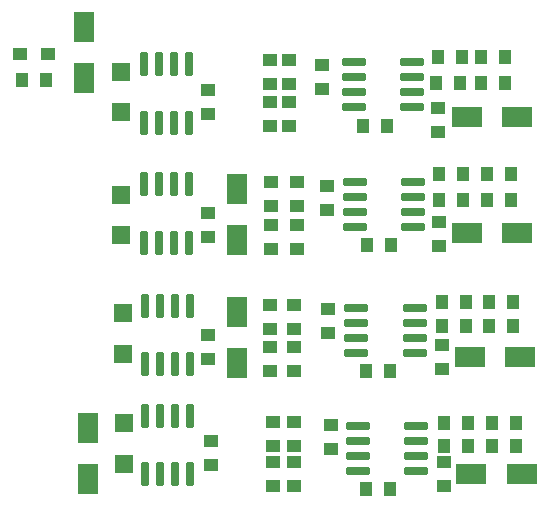
<source format=gtp>
G04*
G04 #@! TF.GenerationSoftware,Altium Limited,Altium Designer,23.3.1 (30)*
G04*
G04 Layer_Color=8421504*
%FSLAX24Y24*%
%MOIN*%
G70*
G04*
G04 #@! TF.SameCoordinates,FE471356-1482-470A-B847-6992AEFC5CE1*
G04*
G04*
G04 #@! TF.FilePolarity,Positive*
G04*
G01*
G75*
%ADD14R,0.0500X0.0449*%
%ADD15R,0.1043X0.0689*%
%ADD16R,0.0449X0.0500*%
G04:AMPARAMS|DCode=17|XSize=77.6mil|YSize=23.6mil|CornerRadius=3mil|HoleSize=0mil|Usage=FLASHONLY|Rotation=0.000|XOffset=0mil|YOffset=0mil|HoleType=Round|Shape=RoundedRectangle|*
%AMROUNDEDRECTD17*
21,1,0.0776,0.0177,0,0,0.0*
21,1,0.0717,0.0236,0,0,0.0*
1,1,0.0059,0.0358,-0.0089*
1,1,0.0059,-0.0358,-0.0089*
1,1,0.0059,-0.0358,0.0089*
1,1,0.0059,0.0358,0.0089*
%
%ADD17ROUNDEDRECTD17*%
G04:AMPARAMS|DCode=18|XSize=77.6mil|YSize=23.6mil|CornerRadius=3mil|HoleSize=0mil|Usage=FLASHONLY|Rotation=90.000|XOffset=0mil|YOffset=0mil|HoleType=Round|Shape=RoundedRectangle|*
%AMROUNDEDRECTD18*
21,1,0.0776,0.0177,0,0,90.0*
21,1,0.0717,0.0236,0,0,90.0*
1,1,0.0059,0.0089,0.0358*
1,1,0.0059,0.0089,-0.0358*
1,1,0.0059,-0.0089,-0.0358*
1,1,0.0059,-0.0089,0.0358*
%
%ADD18ROUNDEDRECTD18*%
%ADD19R,0.0630X0.0598*%
%ADD20R,0.0689X0.1043*%
%ADD21R,0.0492X0.0433*%
D14*
X10250Y3100D02*
D03*
Y3900D02*
D03*
Y7000D02*
D03*
Y7800D02*
D03*
X11200Y15000D02*
D03*
Y15800D02*
D03*
X9500Y11900D02*
D03*
Y11100D02*
D03*
X10100Y13750D02*
D03*
Y14550D02*
D03*
X9450Y13750D02*
D03*
Y14550D02*
D03*
X15050Y14350D02*
D03*
Y13551D02*
D03*
X9450Y15950D02*
D03*
Y15150D02*
D03*
X11350Y10950D02*
D03*
Y11750D02*
D03*
X10350Y9650D02*
D03*
Y10450D02*
D03*
X9500Y9650D02*
D03*
Y10450D02*
D03*
X15100Y10550D02*
D03*
Y9750D02*
D03*
X11400Y6850D02*
D03*
Y7649D02*
D03*
X10250Y1750D02*
D03*
Y2550D02*
D03*
Y5600D02*
D03*
Y6400D02*
D03*
X15200Y6450D02*
D03*
Y5650D02*
D03*
X15250Y2550D02*
D03*
Y1750D02*
D03*
X9550Y1750D02*
D03*
Y2550D02*
D03*
X10100Y15150D02*
D03*
Y15950D02*
D03*
X11500Y3000D02*
D03*
Y3800D02*
D03*
X9450Y7800D02*
D03*
Y7000D02*
D03*
Y5600D02*
D03*
Y6400D02*
D03*
X10350Y11100D02*
D03*
Y11900D02*
D03*
X9550Y3900D02*
D03*
Y3100D02*
D03*
X7400Y6001D02*
D03*
Y6800D02*
D03*
Y14151D02*
D03*
Y14950D02*
D03*
X7500Y2450D02*
D03*
Y3250D02*
D03*
X7400Y10050D02*
D03*
Y10850D02*
D03*
D15*
X17796Y6050D02*
D03*
X16104D02*
D03*
X17696Y10200D02*
D03*
X16004D02*
D03*
X17846Y2150D02*
D03*
X16154D02*
D03*
X17696Y14050D02*
D03*
X16004D02*
D03*
D16*
X15100Y12150D02*
D03*
X15900D02*
D03*
X15000Y15200D02*
D03*
X15800D02*
D03*
X16750Y7100D02*
D03*
X17550D02*
D03*
X16850Y3100D02*
D03*
X17650D02*
D03*
X16700Y12150D02*
D03*
X17500D02*
D03*
X16500Y15200D02*
D03*
X17300D02*
D03*
X13450Y5600D02*
D03*
X12650D02*
D03*
X15250Y3100D02*
D03*
X16050D02*
D03*
X13450Y1650D02*
D03*
X12650D02*
D03*
X13500Y9800D02*
D03*
X12700D02*
D03*
X15050Y16050D02*
D03*
X15850D02*
D03*
X16850Y3850D02*
D03*
X17650D02*
D03*
X15201Y7900D02*
D03*
X16000D02*
D03*
X15100Y11300D02*
D03*
X15900D02*
D03*
X16500Y16050D02*
D03*
X17299D02*
D03*
X15200Y7100D02*
D03*
X15999D02*
D03*
X16750Y7900D02*
D03*
X17550D02*
D03*
X15250Y3850D02*
D03*
X16050D02*
D03*
X13350Y13750D02*
D03*
X12550D02*
D03*
X16700Y11300D02*
D03*
X17500D02*
D03*
X2000Y15300D02*
D03*
X1200D02*
D03*
D17*
X12378Y3750D02*
D03*
Y3250D02*
D03*
Y2750D02*
D03*
Y2250D02*
D03*
X14322D02*
D03*
Y2750D02*
D03*
Y3250D02*
D03*
Y3750D02*
D03*
X12255Y15900D02*
D03*
Y15400D02*
D03*
Y14900D02*
D03*
Y14400D02*
D03*
X14200D02*
D03*
Y14900D02*
D03*
Y15400D02*
D03*
Y15900D02*
D03*
X12278Y11900D02*
D03*
Y11400D02*
D03*
Y10900D02*
D03*
Y10400D02*
D03*
X14222D02*
D03*
Y10900D02*
D03*
Y11400D02*
D03*
Y11900D02*
D03*
X12328Y7700D02*
D03*
Y7200D02*
D03*
Y6700D02*
D03*
Y6200D02*
D03*
X14272D02*
D03*
Y6700D02*
D03*
Y7200D02*
D03*
Y7700D02*
D03*
D18*
X5250Y9878D02*
D03*
X5750D02*
D03*
X6250D02*
D03*
X6750D02*
D03*
Y11822D02*
D03*
X6250D02*
D03*
X5750D02*
D03*
X5250D02*
D03*
X5300Y7772D02*
D03*
X5800D02*
D03*
X6300D02*
D03*
X6800D02*
D03*
Y5828D02*
D03*
X6300D02*
D03*
X5800D02*
D03*
X5300D02*
D03*
X5250Y15822D02*
D03*
X5750D02*
D03*
X6250D02*
D03*
X6750D02*
D03*
Y13878D02*
D03*
X6250D02*
D03*
X5750D02*
D03*
X5250D02*
D03*
X5300Y4100D02*
D03*
X5800D02*
D03*
X6300D02*
D03*
X6800D02*
D03*
Y2155D02*
D03*
X6300D02*
D03*
X5800D02*
D03*
X5300D02*
D03*
D19*
X4600Y2504D02*
D03*
Y3850D02*
D03*
X4500Y14227D02*
D03*
Y15573D02*
D03*
Y10127D02*
D03*
Y11473D02*
D03*
X4550Y6177D02*
D03*
Y7523D02*
D03*
D20*
X3250Y17046D02*
D03*
Y15354D02*
D03*
X8350Y9954D02*
D03*
Y11646D02*
D03*
Y7546D02*
D03*
Y5854D02*
D03*
X3400Y3696D02*
D03*
Y2004D02*
D03*
D21*
X1137Y16150D02*
D03*
X2063D02*
D03*
M02*

</source>
